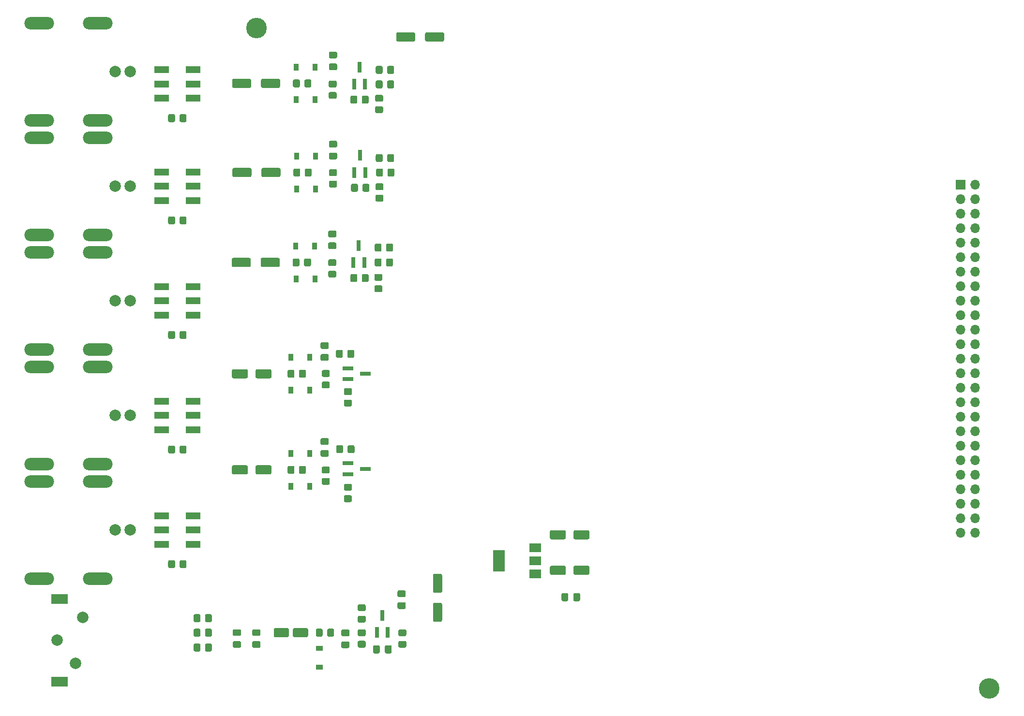
<source format=gbr>
%TF.GenerationSoftware,KiCad,Pcbnew,5.1.12-84ad8e8a86~92~ubuntu20.04.1*%
%TF.CreationDate,2022-06-23T00:06:00+02:00*%
%TF.ProjectId,rgb-board,7267622d-626f-4617-9264-2e6b69636164,rev?*%
%TF.SameCoordinates,Original*%
%TF.FileFunction,Soldermask,Top*%
%TF.FilePolarity,Negative*%
%FSLAX46Y46*%
G04 Gerber Fmt 4.6, Leading zero omitted, Abs format (unit mm)*
G04 Created by KiCad (PCBNEW 5.1.12-84ad8e8a86~92~ubuntu20.04.1) date 2022-06-23 00:06:00*
%MOMM*%
%LPD*%
G01*
G04 APERTURE LIST*
%ADD10R,2.500000X1.200000*%
%ADD11C,2.000000*%
%ADD12O,5.200000X2.200000*%
%ADD13R,2.000000X3.800000*%
%ADD14R,2.000000X1.500000*%
%ADD15C,3.600000*%
%ADD16R,1.700000X1.700000*%
%ADD17O,1.700000X1.700000*%
%ADD18R,0.800000X1.900000*%
%ADD19R,1.900000X0.800000*%
%ADD20R,0.900000X1.200000*%
%ADD21R,1.200000X0.900000*%
%ADD22R,3.000000X1.700000*%
G04 APERTURE END LIST*
D10*
%TO.C,SW101*%
X75101000Y-49490000D03*
X80601000Y-49490000D03*
X80601000Y-44490000D03*
X75101000Y-44490000D03*
X75101000Y-46990000D03*
X80601000Y-46990000D03*
%TD*%
%TO.C,SW105*%
X75101000Y-67397000D03*
X80601000Y-67397000D03*
X80601000Y-62397000D03*
X75101000Y-62397000D03*
X75101000Y-64897000D03*
X80601000Y-64897000D03*
%TD*%
%TO.C,SW129*%
X75101000Y-87463000D03*
X80601000Y-87463000D03*
X80601000Y-82463000D03*
X75101000Y-82463000D03*
X75101000Y-84963000D03*
X80601000Y-84963000D03*
%TD*%
%TO.C,SW143*%
X75101000Y-107529000D03*
X80601000Y-107529000D03*
X80601000Y-102529000D03*
X75101000Y-102529000D03*
X75101000Y-105029000D03*
X80601000Y-105029000D03*
%TD*%
%TO.C,SW152*%
X75101000Y-127595000D03*
X80601000Y-127595000D03*
X80601000Y-122595000D03*
X75101000Y-122595000D03*
X75101000Y-125095000D03*
X80601000Y-125095000D03*
%TD*%
D11*
%TO.C,J6*%
X69596000Y-105029000D03*
X66996000Y-105029000D03*
D12*
X63896000Y-113529000D03*
X53696000Y-113529000D03*
X63896000Y-96529000D03*
X53696000Y-96529000D03*
%TD*%
D13*
%TO.C,U1*%
X134137000Y-130492500D03*
D14*
X140437000Y-130492500D03*
X140437000Y-128192500D03*
X140437000Y-132792500D03*
%TD*%
D15*
%TO.C,J3*%
X91694000Y-37211000D03*
%TD*%
%TO.C,J4*%
X219925000Y-152875000D03*
%TD*%
D16*
%TO.C,J1*%
X214920000Y-64630000D03*
D17*
X217460000Y-64630000D03*
X214920000Y-67170000D03*
X217460000Y-67170000D03*
X214920000Y-69710000D03*
X217460000Y-69710000D03*
X214920000Y-72250000D03*
X217460000Y-72250000D03*
X214920000Y-74790000D03*
X217460000Y-74790000D03*
X214920000Y-77330000D03*
X217460000Y-77330000D03*
X214920000Y-79870000D03*
X217460000Y-79870000D03*
X214920000Y-82410000D03*
X217460000Y-82410000D03*
X214920000Y-84950000D03*
X217460000Y-84950000D03*
X214920000Y-87490000D03*
X217460000Y-87490000D03*
X214920000Y-90030000D03*
X217460000Y-90030000D03*
X214920000Y-92570000D03*
X217460000Y-92570000D03*
X214920000Y-95110000D03*
X217460000Y-95110000D03*
X214920000Y-97650000D03*
X217460000Y-97650000D03*
X214920000Y-100190000D03*
X217460000Y-100190000D03*
X214920000Y-102730000D03*
X217460000Y-102730000D03*
X214920000Y-105270000D03*
X217460000Y-105270000D03*
X214920000Y-107810000D03*
X217460000Y-107810000D03*
X214920000Y-110350000D03*
X217460000Y-110350000D03*
X214920000Y-112890000D03*
X217460000Y-112890000D03*
X214920000Y-115430000D03*
X217460000Y-115430000D03*
X214920000Y-117970000D03*
X217460000Y-117970000D03*
X214920000Y-120510000D03*
X217460000Y-120510000D03*
X214920000Y-123050000D03*
X217460000Y-123050000D03*
X214920000Y-125590000D03*
X217460000Y-125590000D03*
%TD*%
D18*
%TO.C,Q101*%
X109728000Y-44029500D03*
X110678000Y-47029500D03*
X108778000Y-47029500D03*
%TD*%
%TO.C,Q105*%
X109791500Y-59460000D03*
X110741500Y-62460000D03*
X108841500Y-62460000D03*
%TD*%
%TO.C,Q109*%
X108651000Y-78271500D03*
X110551000Y-78271500D03*
X109601000Y-75271500D03*
%TD*%
D19*
%TO.C,Q113*%
X107720000Y-96776500D03*
X107720000Y-98676500D03*
X110720000Y-97726500D03*
%TD*%
%TO.C,Q114*%
X107720000Y-113413500D03*
X107720000Y-115313500D03*
X110720000Y-114363500D03*
%TD*%
D18*
%TO.C,Q201*%
X113728500Y-140041500D03*
X114678500Y-143041500D03*
X112778500Y-143041500D03*
%TD*%
%TO.C,C101*%
G36*
G01*
X95830500Y-46313000D02*
X95830500Y-47413000D01*
G75*
G02*
X95580500Y-47663000I-250000J0D01*
G01*
X92755500Y-47663000D01*
G75*
G02*
X92505500Y-47413000I0J250000D01*
G01*
X92505500Y-46313000D01*
G75*
G02*
X92755500Y-46063000I250000J0D01*
G01*
X95580500Y-46063000D01*
G75*
G02*
X95830500Y-46313000I0J-250000D01*
G01*
G37*
G36*
G01*
X90755500Y-46313000D02*
X90755500Y-47413000D01*
G75*
G02*
X90505500Y-47663000I-250000J0D01*
G01*
X87680500Y-47663000D01*
G75*
G02*
X87430500Y-47413000I0J250000D01*
G01*
X87430500Y-46313000D01*
G75*
G02*
X87680500Y-46063000I250000J0D01*
G01*
X90505500Y-46063000D01*
G75*
G02*
X90755500Y-46313000I0J-250000D01*
G01*
G37*
%TD*%
%TO.C,C102*%
G36*
G01*
X90819000Y-61934000D02*
X90819000Y-63034000D01*
G75*
G02*
X90569000Y-63284000I-250000J0D01*
G01*
X87744000Y-63284000D01*
G75*
G02*
X87494000Y-63034000I0J250000D01*
G01*
X87494000Y-61934000D01*
G75*
G02*
X87744000Y-61684000I250000J0D01*
G01*
X90569000Y-61684000D01*
G75*
G02*
X90819000Y-61934000I0J-250000D01*
G01*
G37*
G36*
G01*
X95894000Y-61934000D02*
X95894000Y-63034000D01*
G75*
G02*
X95644000Y-63284000I-250000J0D01*
G01*
X92819000Y-63284000D01*
G75*
G02*
X92569000Y-63034000I0J250000D01*
G01*
X92569000Y-61934000D01*
G75*
G02*
X92819000Y-61684000I250000J0D01*
G01*
X95644000Y-61684000D01*
G75*
G02*
X95894000Y-61934000I0J-250000D01*
G01*
G37*
%TD*%
%TO.C,C103*%
G36*
G01*
X95767000Y-77682000D02*
X95767000Y-78782000D01*
G75*
G02*
X95517000Y-79032000I-250000J0D01*
G01*
X92692000Y-79032000D01*
G75*
G02*
X92442000Y-78782000I0J250000D01*
G01*
X92442000Y-77682000D01*
G75*
G02*
X92692000Y-77432000I250000J0D01*
G01*
X95517000Y-77432000D01*
G75*
G02*
X95767000Y-77682000I0J-250000D01*
G01*
G37*
G36*
G01*
X90692000Y-77682000D02*
X90692000Y-78782000D01*
G75*
G02*
X90442000Y-79032000I-250000J0D01*
G01*
X87617000Y-79032000D01*
G75*
G02*
X87367000Y-78782000I0J250000D01*
G01*
X87367000Y-77682000D01*
G75*
G02*
X87617000Y-77432000I250000J0D01*
G01*
X90442000Y-77432000D01*
G75*
G02*
X90692000Y-77682000I0J-250000D01*
G01*
G37*
%TD*%
%TO.C,C104*%
G36*
G01*
X90193500Y-97176500D02*
X90193500Y-98276500D01*
G75*
G02*
X89943500Y-98526500I-250000J0D01*
G01*
X87668500Y-98526500D01*
G75*
G02*
X87418500Y-98276500I0J250000D01*
G01*
X87418500Y-97176500D01*
G75*
G02*
X87668500Y-96926500I250000J0D01*
G01*
X89943500Y-96926500D01*
G75*
G02*
X90193500Y-97176500I0J-250000D01*
G01*
G37*
G36*
G01*
X94318500Y-97176500D02*
X94318500Y-98276500D01*
G75*
G02*
X94068500Y-98526500I-250000J0D01*
G01*
X91793500Y-98526500D01*
G75*
G02*
X91543500Y-98276500I0J250000D01*
G01*
X91543500Y-97176500D01*
G75*
G02*
X91793500Y-96926500I250000J0D01*
G01*
X94068500Y-96926500D01*
G75*
G02*
X94318500Y-97176500I0J-250000D01*
G01*
G37*
%TD*%
%TO.C,C105*%
G36*
G01*
X94318500Y-114004000D02*
X94318500Y-115104000D01*
G75*
G02*
X94068500Y-115354000I-250000J0D01*
G01*
X91793500Y-115354000D01*
G75*
G02*
X91543500Y-115104000I0J250000D01*
G01*
X91543500Y-114004000D01*
G75*
G02*
X91793500Y-113754000I250000J0D01*
G01*
X94068500Y-113754000D01*
G75*
G02*
X94318500Y-114004000I0J-250000D01*
G01*
G37*
G36*
G01*
X90193500Y-114004000D02*
X90193500Y-115104000D01*
G75*
G02*
X89943500Y-115354000I-250000J0D01*
G01*
X87668500Y-115354000D01*
G75*
G02*
X87418500Y-115104000I0J250000D01*
G01*
X87418500Y-114004000D01*
G75*
G02*
X87668500Y-113754000I250000J0D01*
G01*
X89943500Y-113754000D01*
G75*
G02*
X90193500Y-114004000I0J-250000D01*
G01*
G37*
%TD*%
%TO.C,C114*%
G36*
G01*
X104617500Y-41322500D02*
X105567500Y-41322500D01*
G75*
G02*
X105817500Y-41572500I0J-250000D01*
G01*
X105817500Y-42247500D01*
G75*
G02*
X105567500Y-42497500I-250000J0D01*
G01*
X104617500Y-42497500D01*
G75*
G02*
X104367500Y-42247500I0J250000D01*
G01*
X104367500Y-41572500D01*
G75*
G02*
X104617500Y-41322500I250000J0D01*
G01*
G37*
G36*
G01*
X104617500Y-43397500D02*
X105567500Y-43397500D01*
G75*
G02*
X105817500Y-43647500I0J-250000D01*
G01*
X105817500Y-44322500D01*
G75*
G02*
X105567500Y-44572500I-250000J0D01*
G01*
X104617500Y-44572500D01*
G75*
G02*
X104367500Y-44322500I0J250000D01*
G01*
X104367500Y-43647500D01*
G75*
G02*
X104617500Y-43397500I250000J0D01*
G01*
G37*
%TD*%
%TO.C,C115*%
G36*
G01*
X116132500Y-39285000D02*
X116132500Y-38185000D01*
G75*
G02*
X116382500Y-37935000I250000J0D01*
G01*
X119207500Y-37935000D01*
G75*
G02*
X119457500Y-38185000I0J-250000D01*
G01*
X119457500Y-39285000D01*
G75*
G02*
X119207500Y-39535000I-250000J0D01*
G01*
X116382500Y-39535000D01*
G75*
G02*
X116132500Y-39285000I0J250000D01*
G01*
G37*
G36*
G01*
X121207500Y-39285000D02*
X121207500Y-38185000D01*
G75*
G02*
X121457500Y-37935000I250000J0D01*
G01*
X124282500Y-37935000D01*
G75*
G02*
X124532500Y-38185000I0J-250000D01*
G01*
X124532500Y-39285000D01*
G75*
G02*
X124282500Y-39535000I-250000J0D01*
G01*
X121457500Y-39535000D01*
G75*
G02*
X121207500Y-39285000I0J250000D01*
G01*
G37*
%TD*%
%TO.C,C116*%
G36*
G01*
X104617500Y-56922000D02*
X105567500Y-56922000D01*
G75*
G02*
X105817500Y-57172000I0J-250000D01*
G01*
X105817500Y-57847000D01*
G75*
G02*
X105567500Y-58097000I-250000J0D01*
G01*
X104617500Y-58097000D01*
G75*
G02*
X104367500Y-57847000I0J250000D01*
G01*
X104367500Y-57172000D01*
G75*
G02*
X104617500Y-56922000I250000J0D01*
G01*
G37*
G36*
G01*
X104617500Y-58997000D02*
X105567500Y-58997000D01*
G75*
G02*
X105817500Y-59247000I0J-250000D01*
G01*
X105817500Y-59922000D01*
G75*
G02*
X105567500Y-60172000I-250000J0D01*
G01*
X104617500Y-60172000D01*
G75*
G02*
X104367500Y-59922000I0J250000D01*
G01*
X104367500Y-59247000D01*
G75*
G02*
X104617500Y-58997000I250000J0D01*
G01*
G37*
%TD*%
%TO.C,C117*%
G36*
G01*
X104490500Y-72648500D02*
X105440500Y-72648500D01*
G75*
G02*
X105690500Y-72898500I0J-250000D01*
G01*
X105690500Y-73573500D01*
G75*
G02*
X105440500Y-73823500I-250000J0D01*
G01*
X104490500Y-73823500D01*
G75*
G02*
X104240500Y-73573500I0J250000D01*
G01*
X104240500Y-72898500D01*
G75*
G02*
X104490500Y-72648500I250000J0D01*
G01*
G37*
G36*
G01*
X104490500Y-74723500D02*
X105440500Y-74723500D01*
G75*
G02*
X105690500Y-74973500I0J-250000D01*
G01*
X105690500Y-75648500D01*
G75*
G02*
X105440500Y-75898500I-250000J0D01*
G01*
X104490500Y-75898500D01*
G75*
G02*
X104240500Y-75648500I0J250000D01*
G01*
X104240500Y-74973500D01*
G75*
G02*
X104490500Y-74723500I250000J0D01*
G01*
G37*
%TD*%
%TO.C,C118*%
G36*
G01*
X103157000Y-92206500D02*
X104107000Y-92206500D01*
G75*
G02*
X104357000Y-92456500I0J-250000D01*
G01*
X104357000Y-93131500D01*
G75*
G02*
X104107000Y-93381500I-250000J0D01*
G01*
X103157000Y-93381500D01*
G75*
G02*
X102907000Y-93131500I0J250000D01*
G01*
X102907000Y-92456500D01*
G75*
G02*
X103157000Y-92206500I250000J0D01*
G01*
G37*
G36*
G01*
X103157000Y-94281500D02*
X104107000Y-94281500D01*
G75*
G02*
X104357000Y-94531500I0J-250000D01*
G01*
X104357000Y-95206500D01*
G75*
G02*
X104107000Y-95456500I-250000J0D01*
G01*
X103157000Y-95456500D01*
G75*
G02*
X102907000Y-95206500I0J250000D01*
G01*
X102907000Y-94531500D01*
G75*
G02*
X103157000Y-94281500I250000J0D01*
G01*
G37*
%TD*%
%TO.C,C119*%
G36*
G01*
X103157000Y-111088500D02*
X104107000Y-111088500D01*
G75*
G02*
X104357000Y-111338500I0J-250000D01*
G01*
X104357000Y-112013500D01*
G75*
G02*
X104107000Y-112263500I-250000J0D01*
G01*
X103157000Y-112263500D01*
G75*
G02*
X102907000Y-112013500I0J250000D01*
G01*
X102907000Y-111338500D01*
G75*
G02*
X103157000Y-111088500I250000J0D01*
G01*
G37*
G36*
G01*
X103157000Y-109013500D02*
X104107000Y-109013500D01*
G75*
G02*
X104357000Y-109263500I0J-250000D01*
G01*
X104357000Y-109938500D01*
G75*
G02*
X104107000Y-110188500I-250000J0D01*
G01*
X103157000Y-110188500D01*
G75*
G02*
X102907000Y-109938500I0J250000D01*
G01*
X102907000Y-109263500D01*
G75*
G02*
X103157000Y-109013500I250000J0D01*
G01*
G37*
%TD*%
%TO.C,C120*%
G36*
G01*
X143044500Y-132693500D02*
X143044500Y-131593500D01*
G75*
G02*
X143294500Y-131343500I250000J0D01*
G01*
X145569500Y-131343500D01*
G75*
G02*
X145819500Y-131593500I0J-250000D01*
G01*
X145819500Y-132693500D01*
G75*
G02*
X145569500Y-132943500I-250000J0D01*
G01*
X143294500Y-132943500D01*
G75*
G02*
X143044500Y-132693500I0J250000D01*
G01*
G37*
G36*
G01*
X147169500Y-132693500D02*
X147169500Y-131593500D01*
G75*
G02*
X147419500Y-131343500I250000J0D01*
G01*
X149694500Y-131343500D01*
G75*
G02*
X149944500Y-131593500I0J-250000D01*
G01*
X149944500Y-132693500D01*
G75*
G02*
X149694500Y-132943500I-250000J0D01*
G01*
X147419500Y-132943500D01*
G75*
G02*
X147169500Y-132693500I0J250000D01*
G01*
G37*
%TD*%
%TO.C,C121*%
G36*
G01*
X146235000Y-136367500D02*
X146235000Y-137317500D01*
G75*
G02*
X145985000Y-137567500I-250000J0D01*
G01*
X145310000Y-137567500D01*
G75*
G02*
X145060000Y-137317500I0J250000D01*
G01*
X145060000Y-136367500D01*
G75*
G02*
X145310000Y-136117500I250000J0D01*
G01*
X145985000Y-136117500D01*
G75*
G02*
X146235000Y-136367500I0J-250000D01*
G01*
G37*
G36*
G01*
X148310000Y-136367500D02*
X148310000Y-137317500D01*
G75*
G02*
X148060000Y-137567500I-250000J0D01*
G01*
X147385000Y-137567500D01*
G75*
G02*
X147135000Y-137317500I0J250000D01*
G01*
X147135000Y-136367500D01*
G75*
G02*
X147385000Y-136117500I250000J0D01*
G01*
X148060000Y-136117500D01*
G75*
G02*
X148310000Y-136367500I0J-250000D01*
G01*
G37*
%TD*%
%TO.C,C122*%
G36*
G01*
X147169500Y-126470500D02*
X147169500Y-125370500D01*
G75*
G02*
X147419500Y-125120500I250000J0D01*
G01*
X149694500Y-125120500D01*
G75*
G02*
X149944500Y-125370500I0J-250000D01*
G01*
X149944500Y-126470500D01*
G75*
G02*
X149694500Y-126720500I-250000J0D01*
G01*
X147419500Y-126720500D01*
G75*
G02*
X147169500Y-126470500I0J250000D01*
G01*
G37*
G36*
G01*
X143044500Y-126470500D02*
X143044500Y-125370500D01*
G75*
G02*
X143294500Y-125120500I250000J0D01*
G01*
X145569500Y-125120500D01*
G75*
G02*
X145819500Y-125370500I0J-250000D01*
G01*
X145819500Y-126470500D01*
G75*
G02*
X145569500Y-126720500I-250000J0D01*
G01*
X143294500Y-126720500D01*
G75*
G02*
X143044500Y-126470500I0J250000D01*
G01*
G37*
%TD*%
%TO.C,C201*%
G36*
G01*
X88756000Y-145722000D02*
X87806000Y-145722000D01*
G75*
G02*
X87556000Y-145472000I0J250000D01*
G01*
X87556000Y-144797000D01*
G75*
G02*
X87806000Y-144547000I250000J0D01*
G01*
X88756000Y-144547000D01*
G75*
G02*
X89006000Y-144797000I0J-250000D01*
G01*
X89006000Y-145472000D01*
G75*
G02*
X88756000Y-145722000I-250000J0D01*
G01*
G37*
G36*
G01*
X88756000Y-143647000D02*
X87806000Y-143647000D01*
G75*
G02*
X87556000Y-143397000I0J250000D01*
G01*
X87556000Y-142722000D01*
G75*
G02*
X87806000Y-142472000I250000J0D01*
G01*
X88756000Y-142472000D01*
G75*
G02*
X89006000Y-142722000I0J-250000D01*
G01*
X89006000Y-143397000D01*
G75*
G02*
X88756000Y-143647000I-250000J0D01*
G01*
G37*
%TD*%
%TO.C,C202*%
G36*
G01*
X92156000Y-143647000D02*
X91206000Y-143647000D01*
G75*
G02*
X90956000Y-143397000I0J250000D01*
G01*
X90956000Y-142722000D01*
G75*
G02*
X91206000Y-142472000I250000J0D01*
G01*
X92156000Y-142472000D01*
G75*
G02*
X92406000Y-142722000I0J-250000D01*
G01*
X92406000Y-143397000D01*
G75*
G02*
X92156000Y-143647000I-250000J0D01*
G01*
G37*
G36*
G01*
X92156000Y-145722000D02*
X91206000Y-145722000D01*
G75*
G02*
X90956000Y-145472000I0J250000D01*
G01*
X90956000Y-144797000D01*
G75*
G02*
X91206000Y-144547000I250000J0D01*
G01*
X92156000Y-144547000D01*
G75*
G02*
X92406000Y-144797000I0J-250000D01*
G01*
X92406000Y-145472000D01*
G75*
G02*
X92156000Y-145722000I-250000J0D01*
G01*
G37*
%TD*%
%TO.C,C203*%
G36*
G01*
X100726500Y-142515500D02*
X100726500Y-143615500D01*
G75*
G02*
X100476500Y-143865500I-250000J0D01*
G01*
X98326500Y-143865500D01*
G75*
G02*
X98076500Y-143615500I0J250000D01*
G01*
X98076500Y-142515500D01*
G75*
G02*
X98326500Y-142265500I250000J0D01*
G01*
X100476500Y-142265500D01*
G75*
G02*
X100726500Y-142515500I0J-250000D01*
G01*
G37*
G36*
G01*
X97376500Y-142515500D02*
X97376500Y-143615500D01*
G75*
G02*
X97126500Y-143865500I-250000J0D01*
G01*
X94976500Y-143865500D01*
G75*
G02*
X94726500Y-143615500I0J250000D01*
G01*
X94726500Y-142515500D01*
G75*
G02*
X94976500Y-142265500I250000J0D01*
G01*
X97126500Y-142265500D01*
G75*
G02*
X97376500Y-142515500I0J-250000D01*
G01*
G37*
%TD*%
%TO.C,C204*%
G36*
G01*
X107726500Y-143695000D02*
X106776500Y-143695000D01*
G75*
G02*
X106526500Y-143445000I0J250000D01*
G01*
X106526500Y-142770000D01*
G75*
G02*
X106776500Y-142520000I250000J0D01*
G01*
X107726500Y-142520000D01*
G75*
G02*
X107976500Y-142770000I0J-250000D01*
G01*
X107976500Y-143445000D01*
G75*
G02*
X107726500Y-143695000I-250000J0D01*
G01*
G37*
G36*
G01*
X107726500Y-145770000D02*
X106776500Y-145770000D01*
G75*
G02*
X106526500Y-145520000I0J250000D01*
G01*
X106526500Y-144845000D01*
G75*
G02*
X106776500Y-144595000I250000J0D01*
G01*
X107726500Y-144595000D01*
G75*
G02*
X107976500Y-144845000I0J-250000D01*
G01*
X107976500Y-145520000D01*
G75*
G02*
X107726500Y-145770000I-250000J0D01*
G01*
G37*
%TD*%
%TO.C,C205*%
G36*
G01*
X115353500Y-145511500D02*
X115353500Y-146461500D01*
G75*
G02*
X115103500Y-146711500I-250000J0D01*
G01*
X114428500Y-146711500D01*
G75*
G02*
X114178500Y-146461500I0J250000D01*
G01*
X114178500Y-145511500D01*
G75*
G02*
X114428500Y-145261500I250000J0D01*
G01*
X115103500Y-145261500D01*
G75*
G02*
X115353500Y-145511500I0J-250000D01*
G01*
G37*
G36*
G01*
X113278500Y-145511500D02*
X113278500Y-146461500D01*
G75*
G02*
X113028500Y-146711500I-250000J0D01*
G01*
X112353500Y-146711500D01*
G75*
G02*
X112103500Y-146461500I0J250000D01*
G01*
X112103500Y-145511500D01*
G75*
G02*
X112353500Y-145261500I250000J0D01*
G01*
X113028500Y-145261500D01*
G75*
G02*
X113278500Y-145511500I0J-250000D01*
G01*
G37*
%TD*%
%TO.C,C206*%
G36*
G01*
X116619000Y-137737000D02*
X117569000Y-137737000D01*
G75*
G02*
X117819000Y-137987000I0J-250000D01*
G01*
X117819000Y-138662000D01*
G75*
G02*
X117569000Y-138912000I-250000J0D01*
G01*
X116619000Y-138912000D01*
G75*
G02*
X116369000Y-138662000I0J250000D01*
G01*
X116369000Y-137987000D01*
G75*
G02*
X116619000Y-137737000I250000J0D01*
G01*
G37*
G36*
G01*
X116619000Y-135662000D02*
X117569000Y-135662000D01*
G75*
G02*
X117819000Y-135912000I0J-250000D01*
G01*
X117819000Y-136587000D01*
G75*
G02*
X117569000Y-136837000I-250000J0D01*
G01*
X116619000Y-136837000D01*
G75*
G02*
X116369000Y-136587000I0J250000D01*
G01*
X116369000Y-135912000D01*
G75*
G02*
X116619000Y-135662000I250000J0D01*
G01*
G37*
%TD*%
%TO.C,C207*%
G36*
G01*
X123930500Y-136094500D02*
X122830500Y-136094500D01*
G75*
G02*
X122580500Y-135844500I0J250000D01*
G01*
X122580500Y-133019500D01*
G75*
G02*
X122830500Y-132769500I250000J0D01*
G01*
X123930500Y-132769500D01*
G75*
G02*
X124180500Y-133019500I0J-250000D01*
G01*
X124180500Y-135844500D01*
G75*
G02*
X123930500Y-136094500I-250000J0D01*
G01*
G37*
G36*
G01*
X123930500Y-141169500D02*
X122830500Y-141169500D01*
G75*
G02*
X122580500Y-140919500I0J250000D01*
G01*
X122580500Y-138094500D01*
G75*
G02*
X122830500Y-137844500I250000J0D01*
G01*
X123930500Y-137844500D01*
G75*
G02*
X124180500Y-138094500I0J-250000D01*
G01*
X124180500Y-140919500D01*
G75*
G02*
X123930500Y-141169500I-250000J0D01*
G01*
G37*
%TD*%
D20*
%TO.C,D101*%
X101980000Y-44005500D03*
X98680000Y-44005500D03*
%TD*%
%TO.C,D102*%
X98680000Y-49720500D03*
X101980000Y-49720500D03*
%TD*%
%TO.C,D103*%
X98743500Y-59626500D03*
X102043500Y-59626500D03*
%TD*%
%TO.C,D104*%
X98743500Y-65341500D03*
X102043500Y-65341500D03*
%TD*%
%TO.C,D105*%
X98553000Y-75374500D03*
X101853000Y-75374500D03*
%TD*%
%TO.C,D106*%
X98616500Y-81089500D03*
X101916500Y-81089500D03*
%TD*%
%TO.C,D107*%
X97727500Y-94869000D03*
X101027500Y-94869000D03*
%TD*%
%TO.C,D108*%
X97727500Y-100584000D03*
X101027500Y-100584000D03*
%TD*%
%TO.C,D109*%
X97727500Y-111696500D03*
X101027500Y-111696500D03*
%TD*%
%TO.C,D110*%
X97727500Y-117411500D03*
X101027500Y-117411500D03*
%TD*%
D21*
%TO.C,D201*%
X102679500Y-149097000D03*
X102679500Y-145797000D03*
%TD*%
%TO.C,R1*%
G36*
G01*
X83896000Y-142615499D02*
X83896000Y-143515501D01*
G75*
G02*
X83646001Y-143765500I-249999J0D01*
G01*
X82945999Y-143765500D01*
G75*
G02*
X82696000Y-143515501I0J249999D01*
G01*
X82696000Y-142615499D01*
G75*
G02*
X82945999Y-142365500I249999J0D01*
G01*
X83646001Y-142365500D01*
G75*
G02*
X83896000Y-142615499I0J-249999D01*
G01*
G37*
G36*
G01*
X81896000Y-142615499D02*
X81896000Y-143515501D01*
G75*
G02*
X81646001Y-143765500I-249999J0D01*
G01*
X80945999Y-143765500D01*
G75*
G02*
X80696000Y-143515501I0J249999D01*
G01*
X80696000Y-142615499D01*
G75*
G02*
X80945999Y-142365500I249999J0D01*
G01*
X81646001Y-142365500D01*
G75*
G02*
X81896000Y-142615499I0J-249999D01*
G01*
G37*
%TD*%
%TO.C,R2*%
G36*
G01*
X82696000Y-146119001D02*
X82696000Y-145218999D01*
G75*
G02*
X82945999Y-144969000I249999J0D01*
G01*
X83646001Y-144969000D01*
G75*
G02*
X83896000Y-145218999I0J-249999D01*
G01*
X83896000Y-146119001D01*
G75*
G02*
X83646001Y-146369000I-249999J0D01*
G01*
X82945999Y-146369000D01*
G75*
G02*
X82696000Y-146119001I0J249999D01*
G01*
G37*
G36*
G01*
X80696000Y-146119001D02*
X80696000Y-145218999D01*
G75*
G02*
X80945999Y-144969000I249999J0D01*
G01*
X81646001Y-144969000D01*
G75*
G02*
X81896000Y-145218999I0J-249999D01*
G01*
X81896000Y-146119001D01*
G75*
G02*
X81646001Y-146369000I-249999J0D01*
G01*
X80945999Y-146369000D01*
G75*
G02*
X80696000Y-146119001I0J249999D01*
G01*
G37*
%TD*%
%TO.C,R3*%
G36*
G01*
X83896000Y-140075499D02*
X83896000Y-140975501D01*
G75*
G02*
X83646001Y-141225500I-249999J0D01*
G01*
X82945999Y-141225500D01*
G75*
G02*
X82696000Y-140975501I0J249999D01*
G01*
X82696000Y-140075499D01*
G75*
G02*
X82945999Y-139825500I249999J0D01*
G01*
X83646001Y-139825500D01*
G75*
G02*
X83896000Y-140075499I0J-249999D01*
G01*
G37*
G36*
G01*
X81896000Y-140075499D02*
X81896000Y-140975501D01*
G75*
G02*
X81646001Y-141225500I-249999J0D01*
G01*
X80945999Y-141225500D01*
G75*
G02*
X80696000Y-140975501I0J249999D01*
G01*
X80696000Y-140075499D01*
G75*
G02*
X80945999Y-139825500I249999J0D01*
G01*
X81646001Y-139825500D01*
G75*
G02*
X81896000Y-140075499I0J-249999D01*
G01*
G37*
%TD*%
%TO.C,R101*%
G36*
G01*
X78251000Y-53409001D02*
X78251000Y-52508999D01*
G75*
G02*
X78500999Y-52259000I249999J0D01*
G01*
X79201001Y-52259000D01*
G75*
G02*
X79451000Y-52508999I0J-249999D01*
G01*
X79451000Y-53409001D01*
G75*
G02*
X79201001Y-53659000I-249999J0D01*
G01*
X78500999Y-53659000D01*
G75*
G02*
X78251000Y-53409001I0J249999D01*
G01*
G37*
G36*
G01*
X76251000Y-53409001D02*
X76251000Y-52508999D01*
G75*
G02*
X76500999Y-52259000I249999J0D01*
G01*
X77201001Y-52259000D01*
G75*
G02*
X77451000Y-52508999I0J-249999D01*
G01*
X77451000Y-53409001D01*
G75*
G02*
X77201001Y-53659000I-249999J0D01*
G01*
X76500999Y-53659000D01*
G75*
G02*
X76251000Y-53409001I0J249999D01*
G01*
G37*
%TD*%
%TO.C,R104*%
G36*
G01*
X99295000Y-46431499D02*
X99295000Y-47331501D01*
G75*
G02*
X99045001Y-47581500I-249999J0D01*
G01*
X98344999Y-47581500D01*
G75*
G02*
X98095000Y-47331501I0J249999D01*
G01*
X98095000Y-46431499D01*
G75*
G02*
X98344999Y-46181500I249999J0D01*
G01*
X99045001Y-46181500D01*
G75*
G02*
X99295000Y-46431499I0J-249999D01*
G01*
G37*
G36*
G01*
X101295000Y-46431499D02*
X101295000Y-47331501D01*
G75*
G02*
X101045001Y-47581500I-249999J0D01*
G01*
X100344999Y-47581500D01*
G75*
G02*
X100095000Y-47331501I0J249999D01*
G01*
X100095000Y-46431499D01*
G75*
G02*
X100344999Y-46181500I249999J0D01*
G01*
X101045001Y-46181500D01*
G75*
G02*
X101295000Y-46431499I0J-249999D01*
G01*
G37*
%TD*%
%TO.C,R105*%
G36*
G01*
X109328000Y-49270499D02*
X109328000Y-50170501D01*
G75*
G02*
X109078001Y-50420500I-249999J0D01*
G01*
X108377999Y-50420500D01*
G75*
G02*
X108128000Y-50170501I0J249999D01*
G01*
X108128000Y-49270499D01*
G75*
G02*
X108377999Y-49020500I249999J0D01*
G01*
X109078001Y-49020500D01*
G75*
G02*
X109328000Y-49270499I0J-249999D01*
G01*
G37*
G36*
G01*
X111328000Y-49270499D02*
X111328000Y-50170501D01*
G75*
G02*
X111078001Y-50420500I-249999J0D01*
G01*
X110377999Y-50420500D01*
G75*
G02*
X110128000Y-50170501I0J249999D01*
G01*
X110128000Y-49270499D01*
G75*
G02*
X110377999Y-49020500I249999J0D01*
G01*
X111078001Y-49020500D01*
G75*
G02*
X111328000Y-49270499I0J-249999D01*
G01*
G37*
%TD*%
%TO.C,R106*%
G36*
G01*
X104578999Y-48381500D02*
X105479001Y-48381500D01*
G75*
G02*
X105729000Y-48631499I0J-249999D01*
G01*
X105729000Y-49331501D01*
G75*
G02*
X105479001Y-49581500I-249999J0D01*
G01*
X104578999Y-49581500D01*
G75*
G02*
X104329000Y-49331501I0J249999D01*
G01*
X104329000Y-48631499D01*
G75*
G02*
X104578999Y-48381500I249999J0D01*
G01*
G37*
G36*
G01*
X104578999Y-46381500D02*
X105479001Y-46381500D01*
G75*
G02*
X105729000Y-46631499I0J-249999D01*
G01*
X105729000Y-47331501D01*
G75*
G02*
X105479001Y-47581500I-249999J0D01*
G01*
X104578999Y-47581500D01*
G75*
G02*
X104329000Y-47331501I0J249999D01*
G01*
X104329000Y-46631499D01*
G75*
G02*
X104578999Y-46381500I249999J0D01*
G01*
G37*
%TD*%
%TO.C,R107*%
G36*
G01*
X112573000Y-44963501D02*
X112573000Y-44063499D01*
G75*
G02*
X112822999Y-43813500I249999J0D01*
G01*
X113523001Y-43813500D01*
G75*
G02*
X113773000Y-44063499I0J-249999D01*
G01*
X113773000Y-44963501D01*
G75*
G02*
X113523001Y-45213500I-249999J0D01*
G01*
X112822999Y-45213500D01*
G75*
G02*
X112573000Y-44963501I0J249999D01*
G01*
G37*
G36*
G01*
X114573000Y-44963501D02*
X114573000Y-44063499D01*
G75*
G02*
X114822999Y-43813500I249999J0D01*
G01*
X115523001Y-43813500D01*
G75*
G02*
X115773000Y-44063499I0J-249999D01*
G01*
X115773000Y-44963501D01*
G75*
G02*
X115523001Y-45213500I-249999J0D01*
G01*
X114822999Y-45213500D01*
G75*
G02*
X114573000Y-44963501I0J249999D01*
G01*
G37*
%TD*%
%TO.C,R113*%
G36*
G01*
X112706999Y-50882500D02*
X113607001Y-50882500D01*
G75*
G02*
X113857000Y-51132499I0J-249999D01*
G01*
X113857000Y-51832501D01*
G75*
G02*
X113607001Y-52082500I-249999J0D01*
G01*
X112706999Y-52082500D01*
G75*
G02*
X112457000Y-51832501I0J249999D01*
G01*
X112457000Y-51132499D01*
G75*
G02*
X112706999Y-50882500I249999J0D01*
G01*
G37*
G36*
G01*
X112706999Y-48882500D02*
X113607001Y-48882500D01*
G75*
G02*
X113857000Y-49132499I0J-249999D01*
G01*
X113857000Y-49832501D01*
G75*
G02*
X113607001Y-50082500I-249999J0D01*
G01*
X112706999Y-50082500D01*
G75*
G02*
X112457000Y-49832501I0J249999D01*
G01*
X112457000Y-49132499D01*
G75*
G02*
X112706999Y-48882500I249999J0D01*
G01*
G37*
%TD*%
%TO.C,R114*%
G36*
G01*
X114573000Y-47503501D02*
X114573000Y-46603499D01*
G75*
G02*
X114822999Y-46353500I249999J0D01*
G01*
X115523001Y-46353500D01*
G75*
G02*
X115773000Y-46603499I0J-249999D01*
G01*
X115773000Y-47503501D01*
G75*
G02*
X115523001Y-47753500I-249999J0D01*
G01*
X114822999Y-47753500D01*
G75*
G02*
X114573000Y-47503501I0J249999D01*
G01*
G37*
G36*
G01*
X112573000Y-47503501D02*
X112573000Y-46603499D01*
G75*
G02*
X112822999Y-46353500I249999J0D01*
G01*
X113523001Y-46353500D01*
G75*
G02*
X113773000Y-46603499I0J-249999D01*
G01*
X113773000Y-47503501D01*
G75*
G02*
X113523001Y-47753500I-249999J0D01*
G01*
X112822999Y-47753500D01*
G75*
G02*
X112573000Y-47503501I0J249999D01*
G01*
G37*
%TD*%
%TO.C,R115*%
G36*
G01*
X78251000Y-71316001D02*
X78251000Y-70415999D01*
G75*
G02*
X78500999Y-70166000I249999J0D01*
G01*
X79201001Y-70166000D01*
G75*
G02*
X79451000Y-70415999I0J-249999D01*
G01*
X79451000Y-71316001D01*
G75*
G02*
X79201001Y-71566000I-249999J0D01*
G01*
X78500999Y-71566000D01*
G75*
G02*
X78251000Y-71316001I0J249999D01*
G01*
G37*
G36*
G01*
X76251000Y-71316001D02*
X76251000Y-70415999D01*
G75*
G02*
X76500999Y-70166000I249999J0D01*
G01*
X77201001Y-70166000D01*
G75*
G02*
X77451000Y-70415999I0J-249999D01*
G01*
X77451000Y-71316001D01*
G75*
G02*
X77201001Y-71566000I-249999J0D01*
G01*
X76500999Y-71566000D01*
G75*
G02*
X76251000Y-71316001I0J249999D01*
G01*
G37*
%TD*%
%TO.C,R118*%
G36*
G01*
X101358500Y-62033999D02*
X101358500Y-62934001D01*
G75*
G02*
X101108501Y-63184000I-249999J0D01*
G01*
X100408499Y-63184000D01*
G75*
G02*
X100158500Y-62934001I0J249999D01*
G01*
X100158500Y-62033999D01*
G75*
G02*
X100408499Y-61784000I249999J0D01*
G01*
X101108501Y-61784000D01*
G75*
G02*
X101358500Y-62033999I0J-249999D01*
G01*
G37*
G36*
G01*
X99358500Y-62033999D02*
X99358500Y-62934001D01*
G75*
G02*
X99108501Y-63184000I-249999J0D01*
G01*
X98408499Y-63184000D01*
G75*
G02*
X98158500Y-62934001I0J249999D01*
G01*
X98158500Y-62033999D01*
G75*
G02*
X98408499Y-61784000I249999J0D01*
G01*
X99108501Y-61784000D01*
G75*
G02*
X99358500Y-62033999I0J-249999D01*
G01*
G37*
%TD*%
%TO.C,R119*%
G36*
G01*
X109455000Y-64700999D02*
X109455000Y-65601001D01*
G75*
G02*
X109205001Y-65851000I-249999J0D01*
G01*
X108504999Y-65851000D01*
G75*
G02*
X108255000Y-65601001I0J249999D01*
G01*
X108255000Y-64700999D01*
G75*
G02*
X108504999Y-64451000I249999J0D01*
G01*
X109205001Y-64451000D01*
G75*
G02*
X109455000Y-64700999I0J-249999D01*
G01*
G37*
G36*
G01*
X111455000Y-64700999D02*
X111455000Y-65601001D01*
G75*
G02*
X111205001Y-65851000I-249999J0D01*
G01*
X110504999Y-65851000D01*
G75*
G02*
X110255000Y-65601001I0J249999D01*
G01*
X110255000Y-64700999D01*
G75*
G02*
X110504999Y-64451000I249999J0D01*
G01*
X111205001Y-64451000D01*
G75*
G02*
X111455000Y-64700999I0J-249999D01*
G01*
G37*
%TD*%
%TO.C,R120*%
G36*
G01*
X104642499Y-61900000D02*
X105542501Y-61900000D01*
G75*
G02*
X105792500Y-62149999I0J-249999D01*
G01*
X105792500Y-62850001D01*
G75*
G02*
X105542501Y-63100000I-249999J0D01*
G01*
X104642499Y-63100000D01*
G75*
G02*
X104392500Y-62850001I0J249999D01*
G01*
X104392500Y-62149999D01*
G75*
G02*
X104642499Y-61900000I249999J0D01*
G01*
G37*
G36*
G01*
X104642499Y-63900000D02*
X105542501Y-63900000D01*
G75*
G02*
X105792500Y-64149999I0J-249999D01*
G01*
X105792500Y-64850001D01*
G75*
G02*
X105542501Y-65100000I-249999J0D01*
G01*
X104642499Y-65100000D01*
G75*
G02*
X104392500Y-64850001I0J249999D01*
G01*
X104392500Y-64149999D01*
G75*
G02*
X104642499Y-63900000I249999J0D01*
G01*
G37*
%TD*%
%TO.C,R121*%
G36*
G01*
X112573000Y-60394001D02*
X112573000Y-59493999D01*
G75*
G02*
X112822999Y-59244000I249999J0D01*
G01*
X113523001Y-59244000D01*
G75*
G02*
X113773000Y-59493999I0J-249999D01*
G01*
X113773000Y-60394001D01*
G75*
G02*
X113523001Y-60644000I-249999J0D01*
G01*
X112822999Y-60644000D01*
G75*
G02*
X112573000Y-60394001I0J249999D01*
G01*
G37*
G36*
G01*
X114573000Y-60394001D02*
X114573000Y-59493999D01*
G75*
G02*
X114822999Y-59244000I249999J0D01*
G01*
X115523001Y-59244000D01*
G75*
G02*
X115773000Y-59493999I0J-249999D01*
G01*
X115773000Y-60394001D01*
G75*
G02*
X115523001Y-60644000I-249999J0D01*
G01*
X114822999Y-60644000D01*
G75*
G02*
X114573000Y-60394001I0J249999D01*
G01*
G37*
%TD*%
%TO.C,R127*%
G36*
G01*
X112770499Y-64376500D02*
X113670501Y-64376500D01*
G75*
G02*
X113920500Y-64626499I0J-249999D01*
G01*
X113920500Y-65326501D01*
G75*
G02*
X113670501Y-65576500I-249999J0D01*
G01*
X112770499Y-65576500D01*
G75*
G02*
X112520500Y-65326501I0J249999D01*
G01*
X112520500Y-64626499D01*
G75*
G02*
X112770499Y-64376500I249999J0D01*
G01*
G37*
G36*
G01*
X112770499Y-66376500D02*
X113670501Y-66376500D01*
G75*
G02*
X113920500Y-66626499I0J-249999D01*
G01*
X113920500Y-67326501D01*
G75*
G02*
X113670501Y-67576500I-249999J0D01*
G01*
X112770499Y-67576500D01*
G75*
G02*
X112520500Y-67326501I0J249999D01*
G01*
X112520500Y-66626499D01*
G75*
G02*
X112770499Y-66376500I249999J0D01*
G01*
G37*
%TD*%
%TO.C,R128*%
G36*
G01*
X114636500Y-62934001D02*
X114636500Y-62033999D01*
G75*
G02*
X114886499Y-61784000I249999J0D01*
G01*
X115586501Y-61784000D01*
G75*
G02*
X115836500Y-62033999I0J-249999D01*
G01*
X115836500Y-62934001D01*
G75*
G02*
X115586501Y-63184000I-249999J0D01*
G01*
X114886499Y-63184000D01*
G75*
G02*
X114636500Y-62934001I0J249999D01*
G01*
G37*
G36*
G01*
X112636500Y-62934001D02*
X112636500Y-62033999D01*
G75*
G02*
X112886499Y-61784000I249999J0D01*
G01*
X113586501Y-61784000D01*
G75*
G02*
X113836500Y-62033999I0J-249999D01*
G01*
X113836500Y-62934001D01*
G75*
G02*
X113586501Y-63184000I-249999J0D01*
G01*
X112886499Y-63184000D01*
G75*
G02*
X112636500Y-62934001I0J249999D01*
G01*
G37*
%TD*%
%TO.C,R129*%
G36*
G01*
X79451000Y-90481999D02*
X79451000Y-91382001D01*
G75*
G02*
X79201001Y-91632000I-249999J0D01*
G01*
X78500999Y-91632000D01*
G75*
G02*
X78251000Y-91382001I0J249999D01*
G01*
X78251000Y-90481999D01*
G75*
G02*
X78500999Y-90232000I249999J0D01*
G01*
X79201001Y-90232000D01*
G75*
G02*
X79451000Y-90481999I0J-249999D01*
G01*
G37*
G36*
G01*
X77451000Y-90481999D02*
X77451000Y-91382001D01*
G75*
G02*
X77201001Y-91632000I-249999J0D01*
G01*
X76500999Y-91632000D01*
G75*
G02*
X76251000Y-91382001I0J249999D01*
G01*
X76251000Y-90481999D01*
G75*
G02*
X76500999Y-90232000I249999J0D01*
G01*
X77201001Y-90232000D01*
G75*
G02*
X77451000Y-90481999I0J-249999D01*
G01*
G37*
%TD*%
%TO.C,R132*%
G36*
G01*
X101231500Y-77781999D02*
X101231500Y-78682001D01*
G75*
G02*
X100981501Y-78932000I-249999J0D01*
G01*
X100281499Y-78932000D01*
G75*
G02*
X100031500Y-78682001I0J249999D01*
G01*
X100031500Y-77781999D01*
G75*
G02*
X100281499Y-77532000I249999J0D01*
G01*
X100981501Y-77532000D01*
G75*
G02*
X101231500Y-77781999I0J-249999D01*
G01*
G37*
G36*
G01*
X99231500Y-77781999D02*
X99231500Y-78682001D01*
G75*
G02*
X98981501Y-78932000I-249999J0D01*
G01*
X98281499Y-78932000D01*
G75*
G02*
X98031500Y-78682001I0J249999D01*
G01*
X98031500Y-77781999D01*
G75*
G02*
X98281499Y-77532000I249999J0D01*
G01*
X98981501Y-77532000D01*
G75*
G02*
X99231500Y-77781999I0J-249999D01*
G01*
G37*
%TD*%
%TO.C,R133*%
G36*
G01*
X109328000Y-80512499D02*
X109328000Y-81412501D01*
G75*
G02*
X109078001Y-81662500I-249999J0D01*
G01*
X108377999Y-81662500D01*
G75*
G02*
X108128000Y-81412501I0J249999D01*
G01*
X108128000Y-80512499D01*
G75*
G02*
X108377999Y-80262500I249999J0D01*
G01*
X109078001Y-80262500D01*
G75*
G02*
X109328000Y-80512499I0J-249999D01*
G01*
G37*
G36*
G01*
X111328000Y-80512499D02*
X111328000Y-81412501D01*
G75*
G02*
X111078001Y-81662500I-249999J0D01*
G01*
X110377999Y-81662500D01*
G75*
G02*
X110128000Y-81412501I0J249999D01*
G01*
X110128000Y-80512499D01*
G75*
G02*
X110377999Y-80262500I249999J0D01*
G01*
X111078001Y-80262500D01*
G75*
G02*
X111328000Y-80512499I0J-249999D01*
G01*
G37*
%TD*%
%TO.C,R134*%
G36*
G01*
X104512999Y-77672500D02*
X105413001Y-77672500D01*
G75*
G02*
X105663000Y-77922499I0J-249999D01*
G01*
X105663000Y-78622501D01*
G75*
G02*
X105413001Y-78872500I-249999J0D01*
G01*
X104512999Y-78872500D01*
G75*
G02*
X104263000Y-78622501I0J249999D01*
G01*
X104263000Y-77922499D01*
G75*
G02*
X104512999Y-77672500I249999J0D01*
G01*
G37*
G36*
G01*
X104512999Y-79672500D02*
X105413001Y-79672500D01*
G75*
G02*
X105663000Y-79922499I0J-249999D01*
G01*
X105663000Y-80622501D01*
G75*
G02*
X105413001Y-80872500I-249999J0D01*
G01*
X104512999Y-80872500D01*
G75*
G02*
X104263000Y-80622501I0J249999D01*
G01*
X104263000Y-79922499D01*
G75*
G02*
X104512999Y-79672500I249999J0D01*
G01*
G37*
%TD*%
%TO.C,R135*%
G36*
G01*
X114382500Y-76078501D02*
X114382500Y-75178499D01*
G75*
G02*
X114632499Y-74928500I249999J0D01*
G01*
X115332501Y-74928500D01*
G75*
G02*
X115582500Y-75178499I0J-249999D01*
G01*
X115582500Y-76078501D01*
G75*
G02*
X115332501Y-76328500I-249999J0D01*
G01*
X114632499Y-76328500D01*
G75*
G02*
X114382500Y-76078501I0J249999D01*
G01*
G37*
G36*
G01*
X112382500Y-76078501D02*
X112382500Y-75178499D01*
G75*
G02*
X112632499Y-74928500I249999J0D01*
G01*
X113332501Y-74928500D01*
G75*
G02*
X113582500Y-75178499I0J-249999D01*
G01*
X113582500Y-76078501D01*
G75*
G02*
X113332501Y-76328500I-249999J0D01*
G01*
X112632499Y-76328500D01*
G75*
G02*
X112382500Y-76078501I0J249999D01*
G01*
G37*
%TD*%
%TO.C,R141*%
G36*
G01*
X112579999Y-82235500D02*
X113480001Y-82235500D01*
G75*
G02*
X113730000Y-82485499I0J-249999D01*
G01*
X113730000Y-83185501D01*
G75*
G02*
X113480001Y-83435500I-249999J0D01*
G01*
X112579999Y-83435500D01*
G75*
G02*
X112330000Y-83185501I0J249999D01*
G01*
X112330000Y-82485499D01*
G75*
G02*
X112579999Y-82235500I249999J0D01*
G01*
G37*
G36*
G01*
X112579999Y-80235500D02*
X113480001Y-80235500D01*
G75*
G02*
X113730000Y-80485499I0J-249999D01*
G01*
X113730000Y-81185501D01*
G75*
G02*
X113480001Y-81435500I-249999J0D01*
G01*
X112579999Y-81435500D01*
G75*
G02*
X112330000Y-81185501I0J249999D01*
G01*
X112330000Y-80485499D01*
G75*
G02*
X112579999Y-80235500I249999J0D01*
G01*
G37*
%TD*%
%TO.C,R142*%
G36*
G01*
X112382500Y-78682001D02*
X112382500Y-77781999D01*
G75*
G02*
X112632499Y-77532000I249999J0D01*
G01*
X113332501Y-77532000D01*
G75*
G02*
X113582500Y-77781999I0J-249999D01*
G01*
X113582500Y-78682001D01*
G75*
G02*
X113332501Y-78932000I-249999J0D01*
G01*
X112632499Y-78932000D01*
G75*
G02*
X112382500Y-78682001I0J249999D01*
G01*
G37*
G36*
G01*
X114382500Y-78682001D02*
X114382500Y-77781999D01*
G75*
G02*
X114632499Y-77532000I249999J0D01*
G01*
X115332501Y-77532000D01*
G75*
G02*
X115582500Y-77781999I0J-249999D01*
G01*
X115582500Y-78682001D01*
G75*
G02*
X115332501Y-78932000I-249999J0D01*
G01*
X114632499Y-78932000D01*
G75*
G02*
X114382500Y-78682001I0J249999D01*
G01*
G37*
%TD*%
%TO.C,R143*%
G36*
G01*
X78251000Y-111448001D02*
X78251000Y-110547999D01*
G75*
G02*
X78500999Y-110298000I249999J0D01*
G01*
X79201001Y-110298000D01*
G75*
G02*
X79451000Y-110547999I0J-249999D01*
G01*
X79451000Y-111448001D01*
G75*
G02*
X79201001Y-111698000I-249999J0D01*
G01*
X78500999Y-111698000D01*
G75*
G02*
X78251000Y-111448001I0J249999D01*
G01*
G37*
G36*
G01*
X76251000Y-111448001D02*
X76251000Y-110547999D01*
G75*
G02*
X76500999Y-110298000I249999J0D01*
G01*
X77201001Y-110298000D01*
G75*
G02*
X77451000Y-110547999I0J-249999D01*
G01*
X77451000Y-111448001D01*
G75*
G02*
X77201001Y-111698000I-249999J0D01*
G01*
X76500999Y-111698000D01*
G75*
G02*
X76251000Y-111448001I0J249999D01*
G01*
G37*
%TD*%
%TO.C,R146*%
G36*
G01*
X98342500Y-97276499D02*
X98342500Y-98176501D01*
G75*
G02*
X98092501Y-98426500I-249999J0D01*
G01*
X97392499Y-98426500D01*
G75*
G02*
X97142500Y-98176501I0J249999D01*
G01*
X97142500Y-97276499D01*
G75*
G02*
X97392499Y-97026500I249999J0D01*
G01*
X98092501Y-97026500D01*
G75*
G02*
X98342500Y-97276499I0J-249999D01*
G01*
G37*
G36*
G01*
X100342500Y-97276499D02*
X100342500Y-98176501D01*
G75*
G02*
X100092501Y-98426500I-249999J0D01*
G01*
X99392499Y-98426500D01*
G75*
G02*
X99142500Y-98176501I0J249999D01*
G01*
X99142500Y-97276499D01*
G75*
G02*
X99392499Y-97026500I249999J0D01*
G01*
X100092501Y-97026500D01*
G75*
G02*
X100342500Y-97276499I0J-249999D01*
G01*
G37*
%TD*%
%TO.C,R147*%
G36*
G01*
X105604000Y-94684001D02*
X105604000Y-93783999D01*
G75*
G02*
X105853999Y-93534000I249999J0D01*
G01*
X106554001Y-93534000D01*
G75*
G02*
X106804000Y-93783999I0J-249999D01*
G01*
X106804000Y-94684001D01*
G75*
G02*
X106554001Y-94934000I-249999J0D01*
G01*
X105853999Y-94934000D01*
G75*
G02*
X105604000Y-94684001I0J249999D01*
G01*
G37*
G36*
G01*
X107604000Y-94684001D02*
X107604000Y-93783999D01*
G75*
G02*
X107853999Y-93534000I249999J0D01*
G01*
X108554001Y-93534000D01*
G75*
G02*
X108804000Y-93783999I0J-249999D01*
G01*
X108804000Y-94684001D01*
G75*
G02*
X108554001Y-94934000I-249999J0D01*
G01*
X107853999Y-94934000D01*
G75*
G02*
X107604000Y-94684001I0J249999D01*
G01*
G37*
%TD*%
%TO.C,R148*%
G36*
G01*
X103372499Y-99079000D02*
X104272501Y-99079000D01*
G75*
G02*
X104522500Y-99328999I0J-249999D01*
G01*
X104522500Y-100029001D01*
G75*
G02*
X104272501Y-100279000I-249999J0D01*
G01*
X103372499Y-100279000D01*
G75*
G02*
X103122500Y-100029001I0J249999D01*
G01*
X103122500Y-99328999D01*
G75*
G02*
X103372499Y-99079000I249999J0D01*
G01*
G37*
G36*
G01*
X103372499Y-97079000D02*
X104272501Y-97079000D01*
G75*
G02*
X104522500Y-97328999I0J-249999D01*
G01*
X104522500Y-98029001D01*
G75*
G02*
X104272501Y-98279000I-249999J0D01*
G01*
X103372499Y-98279000D01*
G75*
G02*
X103122500Y-98029001I0J249999D01*
G01*
X103122500Y-97328999D01*
G75*
G02*
X103372499Y-97079000I249999J0D01*
G01*
G37*
%TD*%
%TO.C,R149*%
G36*
G01*
X107245999Y-100254000D02*
X108146001Y-100254000D01*
G75*
G02*
X108396000Y-100503999I0J-249999D01*
G01*
X108396000Y-101204001D01*
G75*
G02*
X108146001Y-101454000I-249999J0D01*
G01*
X107245999Y-101454000D01*
G75*
G02*
X106996000Y-101204001I0J249999D01*
G01*
X106996000Y-100503999D01*
G75*
G02*
X107245999Y-100254000I249999J0D01*
G01*
G37*
G36*
G01*
X107245999Y-102254000D02*
X108146001Y-102254000D01*
G75*
G02*
X108396000Y-102503999I0J-249999D01*
G01*
X108396000Y-103204001D01*
G75*
G02*
X108146001Y-103454000I-249999J0D01*
G01*
X107245999Y-103454000D01*
G75*
G02*
X106996000Y-103204001I0J249999D01*
G01*
X106996000Y-102503999D01*
G75*
G02*
X107245999Y-102254000I249999J0D01*
G01*
G37*
%TD*%
%TO.C,R152*%
G36*
G01*
X79451000Y-130613999D02*
X79451000Y-131514001D01*
G75*
G02*
X79201001Y-131764000I-249999J0D01*
G01*
X78500999Y-131764000D01*
G75*
G02*
X78251000Y-131514001I0J249999D01*
G01*
X78251000Y-130613999D01*
G75*
G02*
X78500999Y-130364000I249999J0D01*
G01*
X79201001Y-130364000D01*
G75*
G02*
X79451000Y-130613999I0J-249999D01*
G01*
G37*
G36*
G01*
X77451000Y-130613999D02*
X77451000Y-131514001D01*
G75*
G02*
X77201001Y-131764000I-249999J0D01*
G01*
X76500999Y-131764000D01*
G75*
G02*
X76251000Y-131514001I0J249999D01*
G01*
X76251000Y-130613999D01*
G75*
G02*
X76500999Y-130364000I249999J0D01*
G01*
X77201001Y-130364000D01*
G75*
G02*
X77451000Y-130613999I0J-249999D01*
G01*
G37*
%TD*%
%TO.C,R155*%
G36*
G01*
X100342500Y-114103999D02*
X100342500Y-115004001D01*
G75*
G02*
X100092501Y-115254000I-249999J0D01*
G01*
X99392499Y-115254000D01*
G75*
G02*
X99142500Y-115004001I0J249999D01*
G01*
X99142500Y-114103999D01*
G75*
G02*
X99392499Y-113854000I249999J0D01*
G01*
X100092501Y-113854000D01*
G75*
G02*
X100342500Y-114103999I0J-249999D01*
G01*
G37*
G36*
G01*
X98342500Y-114103999D02*
X98342500Y-115004001D01*
G75*
G02*
X98092501Y-115254000I-249999J0D01*
G01*
X97392499Y-115254000D01*
G75*
G02*
X97142500Y-115004001I0J249999D01*
G01*
X97142500Y-114103999D01*
G75*
G02*
X97392499Y-113854000I249999J0D01*
G01*
X98092501Y-113854000D01*
G75*
G02*
X98342500Y-114103999I0J-249999D01*
G01*
G37*
%TD*%
%TO.C,R156*%
G36*
G01*
X105651500Y-111384501D02*
X105651500Y-110484499D01*
G75*
G02*
X105901499Y-110234500I249999J0D01*
G01*
X106601501Y-110234500D01*
G75*
G02*
X106851500Y-110484499I0J-249999D01*
G01*
X106851500Y-111384501D01*
G75*
G02*
X106601501Y-111634500I-249999J0D01*
G01*
X105901499Y-111634500D01*
G75*
G02*
X105651500Y-111384501I0J249999D01*
G01*
G37*
G36*
G01*
X107651500Y-111384501D02*
X107651500Y-110484499D01*
G75*
G02*
X107901499Y-110234500I249999J0D01*
G01*
X108601501Y-110234500D01*
G75*
G02*
X108851500Y-110484499I0J-249999D01*
G01*
X108851500Y-111384501D01*
G75*
G02*
X108601501Y-111634500I-249999J0D01*
G01*
X107901499Y-111634500D01*
G75*
G02*
X107651500Y-111384501I0J249999D01*
G01*
G37*
%TD*%
%TO.C,R157*%
G36*
G01*
X103372499Y-115970000D02*
X104272501Y-115970000D01*
G75*
G02*
X104522500Y-116219999I0J-249999D01*
G01*
X104522500Y-116920001D01*
G75*
G02*
X104272501Y-117170000I-249999J0D01*
G01*
X103372499Y-117170000D01*
G75*
G02*
X103122500Y-116920001I0J249999D01*
G01*
X103122500Y-116219999D01*
G75*
G02*
X103372499Y-115970000I249999J0D01*
G01*
G37*
G36*
G01*
X103372499Y-113970000D02*
X104272501Y-113970000D01*
G75*
G02*
X104522500Y-114219999I0J-249999D01*
G01*
X104522500Y-114920001D01*
G75*
G02*
X104272501Y-115170000I-249999J0D01*
G01*
X103372499Y-115170000D01*
G75*
G02*
X103122500Y-114920001I0J249999D01*
G01*
X103122500Y-114219999D01*
G75*
G02*
X103372499Y-113970000I249999J0D01*
G01*
G37*
%TD*%
%TO.C,R158*%
G36*
G01*
X107245999Y-117002000D02*
X108146001Y-117002000D01*
G75*
G02*
X108396000Y-117251999I0J-249999D01*
G01*
X108396000Y-117952001D01*
G75*
G02*
X108146001Y-118202000I-249999J0D01*
G01*
X107245999Y-118202000D01*
G75*
G02*
X106996000Y-117952001I0J249999D01*
G01*
X106996000Y-117251999D01*
G75*
G02*
X107245999Y-117002000I249999J0D01*
G01*
G37*
G36*
G01*
X107245999Y-119002000D02*
X108146001Y-119002000D01*
G75*
G02*
X108396000Y-119251999I0J-249999D01*
G01*
X108396000Y-119952001D01*
G75*
G02*
X108146001Y-120202000I-249999J0D01*
G01*
X107245999Y-120202000D01*
G75*
G02*
X106996000Y-119952001I0J249999D01*
G01*
X106996000Y-119251999D01*
G75*
G02*
X107245999Y-119002000I249999J0D01*
G01*
G37*
%TD*%
%TO.C,R202*%
G36*
G01*
X103279500Y-142615499D02*
X103279500Y-143515501D01*
G75*
G02*
X103029501Y-143765500I-249999J0D01*
G01*
X102329499Y-143765500D01*
G75*
G02*
X102079500Y-143515501I0J249999D01*
G01*
X102079500Y-142615499D01*
G75*
G02*
X102329499Y-142365500I249999J0D01*
G01*
X103029501Y-142365500D01*
G75*
G02*
X103279500Y-142615499I0J-249999D01*
G01*
G37*
G36*
G01*
X105279500Y-142615499D02*
X105279500Y-143515501D01*
G75*
G02*
X105029501Y-143765500I-249999J0D01*
G01*
X104329499Y-143765500D01*
G75*
G02*
X104079500Y-143515501I0J249999D01*
G01*
X104079500Y-142615499D01*
G75*
G02*
X104329499Y-142365500I249999J0D01*
G01*
X105029501Y-142365500D01*
G75*
G02*
X105279500Y-142615499I0J-249999D01*
G01*
G37*
%TD*%
%TO.C,R203*%
G36*
G01*
X109658999Y-138100000D02*
X110559001Y-138100000D01*
G75*
G02*
X110809000Y-138349999I0J-249999D01*
G01*
X110809000Y-139050001D01*
G75*
G02*
X110559001Y-139300000I-249999J0D01*
G01*
X109658999Y-139300000D01*
G75*
G02*
X109409000Y-139050001I0J249999D01*
G01*
X109409000Y-138349999D01*
G75*
G02*
X109658999Y-138100000I249999J0D01*
G01*
G37*
G36*
G01*
X109658999Y-140100000D02*
X110559001Y-140100000D01*
G75*
G02*
X110809000Y-140349999I0J-249999D01*
G01*
X110809000Y-141050001D01*
G75*
G02*
X110559001Y-141300000I-249999J0D01*
G01*
X109658999Y-141300000D01*
G75*
G02*
X109409000Y-141050001I0J249999D01*
G01*
X109409000Y-140349999D01*
G75*
G02*
X109658999Y-140100000I249999J0D01*
G01*
G37*
%TD*%
%TO.C,R204*%
G36*
G01*
X109658999Y-144481500D02*
X110559001Y-144481500D01*
G75*
G02*
X110809000Y-144731499I0J-249999D01*
G01*
X110809000Y-145431501D01*
G75*
G02*
X110559001Y-145681500I-249999J0D01*
G01*
X109658999Y-145681500D01*
G75*
G02*
X109409000Y-145431501I0J249999D01*
G01*
X109409000Y-144731499D01*
G75*
G02*
X109658999Y-144481500I249999J0D01*
G01*
G37*
G36*
G01*
X109658999Y-142481500D02*
X110559001Y-142481500D01*
G75*
G02*
X110809000Y-142731499I0J-249999D01*
G01*
X110809000Y-143431501D01*
G75*
G02*
X110559001Y-143681500I-249999J0D01*
G01*
X109658999Y-143681500D01*
G75*
G02*
X109409000Y-143431501I0J249999D01*
G01*
X109409000Y-142731499D01*
G75*
G02*
X109658999Y-142481500I249999J0D01*
G01*
G37*
%TD*%
%TO.C,R205*%
G36*
G01*
X116770999Y-142497500D02*
X117671001Y-142497500D01*
G75*
G02*
X117921000Y-142747499I0J-249999D01*
G01*
X117921000Y-143447501D01*
G75*
G02*
X117671001Y-143697500I-249999J0D01*
G01*
X116770999Y-143697500D01*
G75*
G02*
X116521000Y-143447501I0J249999D01*
G01*
X116521000Y-142747499D01*
G75*
G02*
X116770999Y-142497500I249999J0D01*
G01*
G37*
G36*
G01*
X116770999Y-144497500D02*
X117671001Y-144497500D01*
G75*
G02*
X117921000Y-144747499I0J-249999D01*
G01*
X117921000Y-145447501D01*
G75*
G02*
X117671001Y-145697500I-249999J0D01*
G01*
X116770999Y-145697500D01*
G75*
G02*
X116521000Y-145447501I0J249999D01*
G01*
X116521000Y-144747499D01*
G75*
G02*
X116770999Y-144497500I249999J0D01*
G01*
G37*
%TD*%
D12*
%TO.C,J5*%
X53696000Y-36331000D03*
X63896000Y-36331000D03*
X53696000Y-53331000D03*
X63896000Y-53331000D03*
D11*
X66996000Y-44831000D03*
X69596000Y-44831000D03*
%TD*%
%TO.C,J7*%
X69596000Y-64897000D03*
X66996000Y-64897000D03*
D12*
X63896000Y-73397000D03*
X53696000Y-73397000D03*
X63896000Y-56397000D03*
X53696000Y-56397000D03*
%TD*%
D11*
%TO.C,J8*%
X69596000Y-125095000D03*
X66996000Y-125095000D03*
D12*
X63896000Y-133595000D03*
X53696000Y-133595000D03*
X63896000Y-116595000D03*
X53696000Y-116595000D03*
%TD*%
%TO.C,J9*%
X53696000Y-76463000D03*
X63896000Y-76463000D03*
X53696000Y-93463000D03*
X63896000Y-93463000D03*
D11*
X66996000Y-84963000D03*
X69596000Y-84963000D03*
%TD*%
D22*
%TO.C,J10*%
X57284000Y-151649000D03*
X57284000Y-137149000D03*
D11*
X56784000Y-144399000D03*
X61284000Y-140399000D03*
X60034000Y-148399000D03*
%TD*%
M02*

</source>
